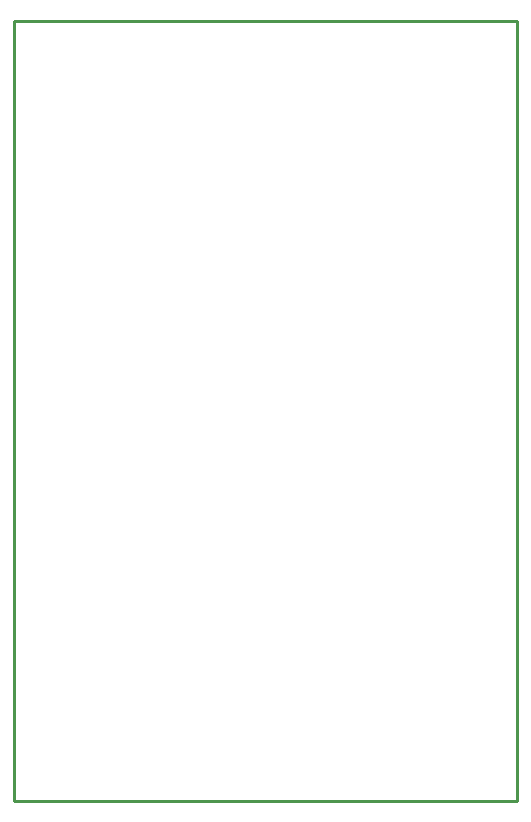
<source format=gko>
*
*
G04 PADS 9.3.1 Build Number: 456998 generated Gerber (RS-274-X) file*
G04 PC Version=2.1*
*
%IN "DriveFeedback.pcb"*%
*
%MOIN*%
*
%FSLAX35Y35*%
*
*
*
*
G04 PC Standard Apertures*
*
*
G04 Thermal Relief Aperture macro.*
%AMTER*
1,1,$1,0,0*
1,0,$1-$2,0,0*
21,0,$3,$4,0,0,45*
21,0,$3,$4,0,0,135*
%
*
*
G04 Annular Aperture macro.*
%AMANN*
1,1,$1,0,0*
1,0,$2,0,0*
%
*
*
G04 Odd Aperture macro.*
%AMODD*
1,1,$1,0,0*
1,0,$1-0.005,0,0*
%
*
*
G04 PC Custom Aperture Macros*
*
*
*
*
*
*
G04 PC Aperture Table*
*
%ADD010C,0.001*%
%ADD011C,0.01*%
*
*
*
*
G04 PC Circuitry*
G04 Layer Name DriveFeedback.pcb - circuitry*
%LPD*%
*
*
G04 PC Custom Flashes*
G04 Layer Name DriveFeedback.pcb - flashes*
%LPD*%
*
*
G04 PC Circuitry*
G04 Layer Name DriveFeedback.pcb - circuitry*
%LPD*%
*
G54D10*
G54D11*
G01X500Y500D02*
X168098D01*
Y260500*
X500*
Y500*
X0Y0D02*
M02*

</source>
